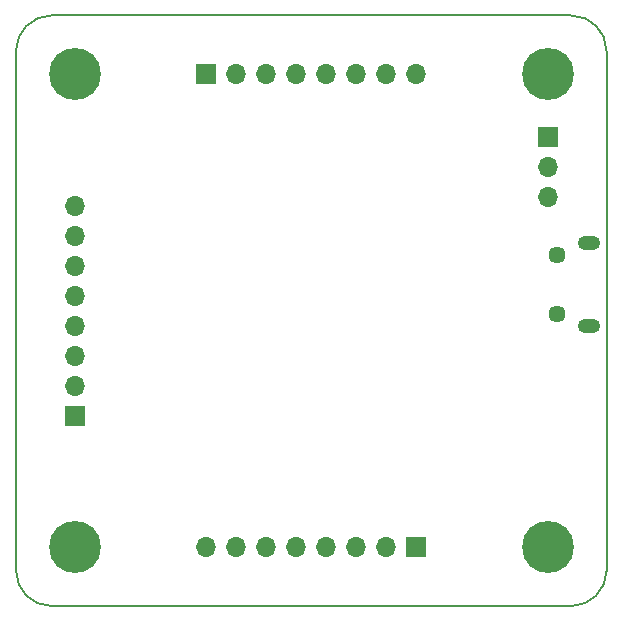
<source format=gbs>
%TF.GenerationSoftware,KiCad,Pcbnew,(6.0.9)*%
%TF.CreationDate,2022-12-06T19:37:18-05:00*%
%TF.ProjectId,cdh-devkit,6364682d-6465-4766-9b69-742e6b696361,rev?*%
%TF.SameCoordinates,Original*%
%TF.FileFunction,Soldermask,Bot*%
%TF.FilePolarity,Negative*%
%FSLAX46Y46*%
G04 Gerber Fmt 4.6, Leading zero omitted, Abs format (unit mm)*
G04 Created by KiCad (PCBNEW (6.0.9)) date 2022-12-06 19:37:18*
%MOMM*%
%LPD*%
G01*
G04 APERTURE LIST*
%TA.AperFunction,Profile*%
%ADD10C,0.200000*%
%TD*%
%ADD11R,1.700000X1.700000*%
%ADD12O,1.700000X1.700000*%
%ADD13C,4.400000*%
%ADD14O,1.900000X1.200000*%
%ADD15C,1.450000*%
G04 APERTURE END LIST*
D10*
X67000000Y-70000000D02*
G75*
G03*
X70000000Y-67000000I0J3000000D01*
G01*
X20000000Y-67000000D02*
X20000000Y-23000000D01*
X70000000Y-23000000D02*
X70000000Y-67000000D01*
X23000000Y-20000000D02*
G75*
G03*
X20000000Y-23000000I0J-3000000D01*
G01*
X20000000Y-67000000D02*
G75*
G03*
X23000000Y-70000000I3000000J0D01*
G01*
X23000000Y-20000000D02*
X67000000Y-20000000D01*
X70000000Y-23000000D02*
G75*
G03*
X67000000Y-20000000I-3000000J0D01*
G01*
X67000000Y-70000000D02*
X23000000Y-70000000D01*
D11*
%TO.C,J3*%
X53875000Y-65000000D03*
D12*
X51335000Y-65000000D03*
X48795000Y-65000000D03*
X46255000Y-65000000D03*
X43715000Y-65000000D03*
X41175000Y-65000000D03*
X38635000Y-65000000D03*
X36095000Y-65000000D03*
%TD*%
D11*
%TO.C,J2*%
X36125000Y-25000000D03*
D12*
X38665000Y-25000000D03*
X41205000Y-25000000D03*
X43745000Y-25000000D03*
X46285000Y-25000000D03*
X48825000Y-25000000D03*
X51365000Y-25000000D03*
X53905000Y-25000000D03*
%TD*%
D13*
%TO.C,H3*%
X25000000Y-65000000D03*
%TD*%
D14*
%TO.C,J4*%
X68537500Y-39300000D03*
X68537500Y-46300000D03*
D15*
X65837500Y-45300000D03*
X65837500Y-40300000D03*
%TD*%
D11*
%TO.C,J1*%
X25000000Y-53875000D03*
D12*
X25000000Y-51335000D03*
X25000000Y-48795000D03*
X25000000Y-46255000D03*
X25000000Y-43715000D03*
X25000000Y-41175000D03*
X25000000Y-38635000D03*
X25000000Y-36095000D03*
%TD*%
D13*
%TO.C,H1*%
X25000000Y-25000000D03*
%TD*%
D11*
%TO.C,J5*%
X65000000Y-30250000D03*
D12*
X65000000Y-32790000D03*
X65000000Y-35330000D03*
%TD*%
D13*
%TO.C,H4*%
X65000000Y-65000000D03*
%TD*%
%TO.C,H2*%
X65000000Y-25000000D03*
%TD*%
M02*

</source>
